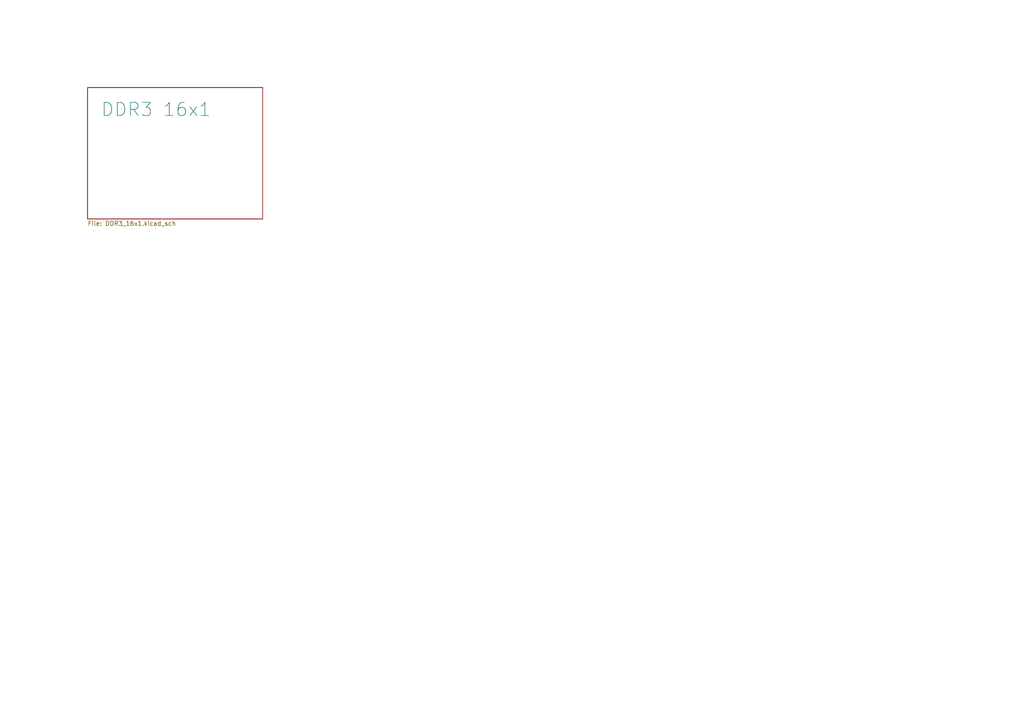
<source format=kicad_sch>
(kicad_sch (version 20211123) (generator eeschema)

  (uuid 171b08bf-05fa-41e4-b268-1401a4deb507)

  (paper "A4")

  (lib_symbols
  )


  (sheet (at 25.4 25.4) (size 50.8 38.1)
    (stroke (width 0.1524) (type solid) (color 0 0 0 0))
    (fill (color 0 0 0 0.0000))
    (uuid 097122bd-2b55-4be6-b8a3-94b6847fa654)
    (property "Sheet name" "DDR3 16x1" (id 0) (at 29.21 31.75 0)
      (effects (font (size 3.81 3.81)) (justify left))
    )
    (property "Sheet file" "DDR3_16x1.kicad_sch" (id 1) (at 25.4 64.0846 0)
      (effects (font (size 1.27 1.27)) (justify left top))
    )
  )

  (sheet_instances
    (path "/" (page "1"))
    (path "/097122bd-2b55-4be6-b8a3-94b6847fa654" (page "3"))
  )

  (symbol_instances
    (path "/097122bd-2b55-4be6-b8a3-94b6847fa654/ff61b2d6-3fe6-4b0e-9f42-2768eddad66e"
      (reference "#PWR01") (unit 1) (value "GND") (footprint "")
    )
    (path "/097122bd-2b55-4be6-b8a3-94b6847fa654/7fc7b904-6aab-4a93-b0a8-d13418306d49"
      (reference "#PWR02") (unit 1) (value "GND") (footprint "")
    )
    (path "/097122bd-2b55-4be6-b8a3-94b6847fa654/9d0b2dd0-459c-480a-9cfb-e115ff525f79"
      (reference "#PWR03") (unit 1) (value "GND") (footprint "")
    )
    (path "/097122bd-2b55-4be6-b8a3-94b6847fa654/1b83352a-adae-41ea-a84b-727169cc372f"
      (reference "#PWR04") (unit 1) (value "GND") (footprint "")
    )
    (path "/097122bd-2b55-4be6-b8a3-94b6847fa654/391c4281-0993-45b4-ad7e-f8eaeebfa727"
      (reference "#PWR05") (unit 1) (value "GND") (footprint "")
    )
    (path "/097122bd-2b55-4be6-b8a3-94b6847fa654/cb032ce1-8b8b-47b3-891b-3faa80621f1d"
      (reference "#PWR06") (unit 1) (value "GND") (footprint "")
    )
    (path "/097122bd-2b55-4be6-b8a3-94b6847fa654/9fceb68e-13da-4efd-8ce4-78f90ae18b44"
      (reference "#PWR07") (unit 1) (value "GND") (footprint "")
    )
    (path "/097122bd-2b55-4be6-b8a3-94b6847fa654/8af3b2c6-23f1-4d07-ad6d-9d2eb5fea829"
      (reference "C1") (unit 1) (value "0.1u") (footprint "Capacitor_SMD:C_0402_1005Metric")
    )
    (path "/097122bd-2b55-4be6-b8a3-94b6847fa654/a1388fa1-d8d7-4692-b989-cf76e63c914a"
      (reference "C2") (unit 1) (value "0.1u") (footprint "Capacitor_SMD:C_0402_1005Metric")
    )
    (path "/097122bd-2b55-4be6-b8a3-94b6847fa654/47818a5e-af05-4339-bfb3-ab706b85e5ac"
      (reference "C3") (unit 1) (value "0.1u") (footprint "Capacitor_SMD:C_0402_1005Metric")
    )
    (path "/097122bd-2b55-4be6-b8a3-94b6847fa654/411e7f29-d834-4630-9dea-e9472cd41991"
      (reference "C4") (unit 1) (value "0.1u") (footprint "Capacitor_SMD:C_0402_1005Metric")
    )
    (path "/097122bd-2b55-4be6-b8a3-94b6847fa654/060abb95-54d7-491d-82dd-03c9828113ec"
      (reference "C5") (unit 1) (value "10u") (footprint "Capacitor_SMD:C_0402_1005Metric")
    )
    (path "/097122bd-2b55-4be6-b8a3-94b6847fa654/9ea248c5-395c-41f6-a428-3e9b9cb4d039"
      (reference "C6") (unit 1) (value "1u") (footprint "Capacitor_SMD:C_0402_1005Metric")
    )
    (path "/097122bd-2b55-4be6-b8a3-94b6847fa654/12cb9e9f-62a6-41fb-8d27-38478403eba0"
      (reference "C7") (unit 1) (value "0.1u") (footprint "Capacitor_SMD:C_0402_1005Metric")
    )
    (path "/097122bd-2b55-4be6-b8a3-94b6847fa654/97778189-028b-43e2-a76a-2291df0f9551"
      (reference "C8") (unit 1) (value "0.1u") (footprint "Capacitor_SMD:C_0402_1005Metric")
    )
    (path "/097122bd-2b55-4be6-b8a3-94b6847fa654/ced0afe0-7fd9-44ba-a4b9-619197c80b4a"
      (reference "C9") (unit 1) (value "0.1u") (footprint "Capacitor_SMD:C_0402_1005Metric")
    )
    (path "/097122bd-2b55-4be6-b8a3-94b6847fa654/8afa5009-098f-4e21-a06f-54c5cf3e9811"
      (reference "C10") (unit 1) (value "0.1u") (footprint "Capacitor_SMD:C_0402_1005Metric")
    )
    (path "/097122bd-2b55-4be6-b8a3-94b6847fa654/e0d05bdf-539e-426a-a5a6-1f631f469669"
      (reference "C11") (unit 1) (value "0.1u") (footprint "Capacitor_SMD:C_0402_1005Metric")
    )
    (path "/097122bd-2b55-4be6-b8a3-94b6847fa654/74d0e835-818f-4418-8d3a-9166e1fde27d"
      (reference "C12") (unit 1) (value "0.1u") (footprint "Capacitor_SMD:C_0402_1005Metric")
    )
    (path "/097122bd-2b55-4be6-b8a3-94b6847fa654/c3ee5191-0093-46f9-9eac-0731d390f1e5"
      (reference "DU1") (unit 1) (value "DDR3-FBGA96") (footprint "Package_BGA:Micron_FBGA-96_8x14mm_Layout9x16_P0.8mm")
    )
    (path "/097122bd-2b55-4be6-b8a3-94b6847fa654/7dc907fd-ace0-4333-8635-fbb7aa69b53f"
      (reference "R1") (unit 1) (value "100") (footprint "Resistor_SMD:R_0402_1005Metric")
    )
    (path "/097122bd-2b55-4be6-b8a3-94b6847fa654/e4ee3db1-fc5b-4888-96f1-aa64fb6ef4d0"
      (reference "R2") (unit 1) (value "2k") (footprint "Resistor_SMD:R_0402_1005Metric")
    )
    (path "/097122bd-2b55-4be6-b8a3-94b6847fa654/07afda0c-9604-4641-847f-6d968139bf3c"
      (reference "R3") (unit 1) (value "2k") (footprint "Resistor_SMD:R_0402_1005Metric")
    )
    (path "/097122bd-2b55-4be6-b8a3-94b6847fa654/3a107a9d-993e-4268-b54c-28b45dd85e52"
      (reference "R4") (unit 1) (value "240") (footprint "Resistor_SMD:R_0402_1005Metric")
    )
    (path "/097122bd-2b55-4be6-b8a3-94b6847fa654/9022c947-010b-4142-a4e5-62f247676856"
      (reference "R5") (unit 1) (value "240") (footprint "Resistor_SMD:R_0402_1005Metric")
    )
    (path "/097122bd-2b55-4be6-b8a3-94b6847fa654/e5db464c-c26f-47cd-8f17-0217a1c56a5b"
      (reference "R6") (unit 1) (value "240") (footprint "Resistor_SMD:R_0402_1005Metric")
    )
    (path "/097122bd-2b55-4be6-b8a3-94b6847fa654/16f35c03-3c66-47aa-987f-941ac8522158"
      (reference "U1") (unit 1) (value "Allwinner-H3") (footprint "Allwinner:Allwinner-H3")
    )
  )
)

</source>
